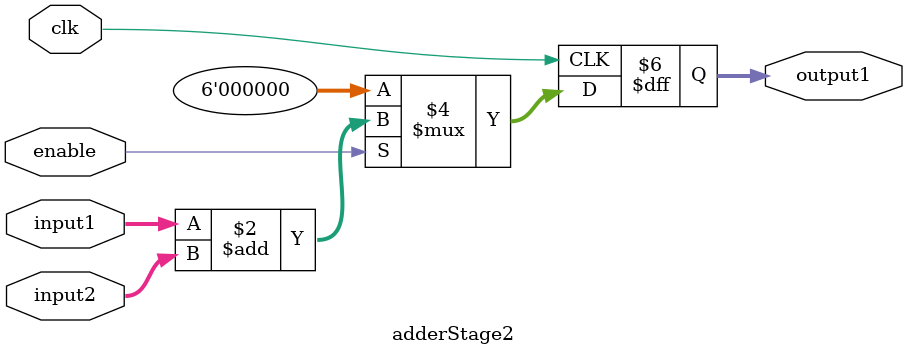
<source format=v>
`timescale 1ns / 1ps

module adderStage2(
    	input [4:0] input1,
    	input [4:0] input2,
    	output reg [5:0] output1,
		input enable,
    	input clk
    );

	always @ (posedge clk) begin
		if(enable) begin
			output1 <= input1 + input2;	
		end
		else begin
			output1 <= 0;	
		end
	end
	
endmodule
</source>
